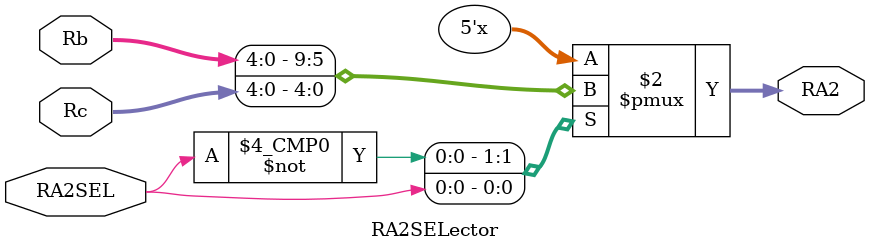
<source format=v>
`timescale 1ns / 1ps

module RA2SELector(
	input RA2SEL,
	input [4:0] Rc,
	input [4:0] Rb,
	output reg [4:0] RA2);

 always @(*)
 begin
	case(RA2SEL)
		1'b0 : RA2 = Rb;
		1'b1 : RA2 = Rc;
	endcase
 end
endmodule
</source>
